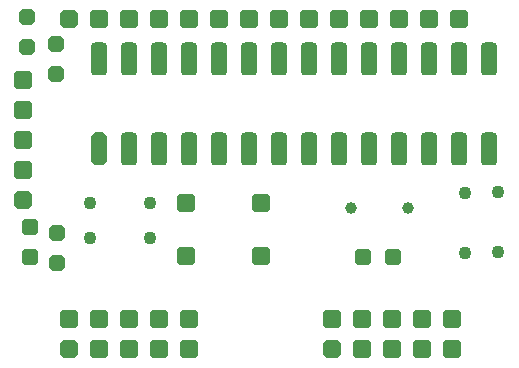
<source format=gbs>
G04*
G04 #@! TF.GenerationSoftware,Altium Limited,Altium Designer,20.1.10 (176)*
G04*
G04 Layer_Color=16711935*
%FSLAX44Y44*%
%MOMM*%
G71*
G04*
G04 #@! TF.SameCoordinates,30E8163A-5FEC-489A-BF41-53759A6F2127*
G04*
G04*
G04 #@! TF.FilePolarity,Negative*
G04*
G01*
G75*
G04:AMPARAMS|DCode=16|XSize=1.6002mm|YSize=1.6002mm|CornerRadius=0.4001mm|HoleSize=0mm|Usage=FLASHONLY|Rotation=0.000|XOffset=0mm|YOffset=0mm|HoleType=Round|Shape=RoundedRectangle|*
%AMROUNDEDRECTD16*
21,1,1.6002,0.8001,0,0,0.0*
21,1,0.8001,1.6002,0,0,0.0*
1,1,0.8001,0.4001,-0.4001*
1,1,0.8001,-0.4001,-0.4001*
1,1,0.8001,-0.4001,0.4001*
1,1,0.8001,0.4001,0.4001*
%
%ADD16ROUNDEDRECTD16*%
G04:AMPARAMS|DCode=17|XSize=1.6002mm|YSize=1.6002mm|CornerRadius=0mm|HoleSize=0mm|Usage=FLASHONLY|Rotation=0.000|XOffset=0mm|YOffset=0mm|HoleType=Round|Shape=Octagon|*
%AMOCTAGOND17*
4,1,8,0.8001,-0.4001,0.8001,0.4001,0.4001,0.8001,-0.4001,0.8001,-0.8001,0.4001,-0.8001,-0.4001,-0.4001,-0.8001,0.4001,-0.8001,0.8001,-0.4001,0.0*
%
%ADD17OCTAGOND17*%

G04:AMPARAMS|DCode=18|XSize=1.4mm|YSize=1.4mm|CornerRadius=0mm|HoleSize=0mm|Usage=FLASHONLY|Rotation=270.000|XOffset=0mm|YOffset=0mm|HoleType=Round|Shape=Octagon|*
%AMOCTAGOND18*
4,1,8,-0.3500,-0.7000,0.3500,-0.7000,0.7000,-0.3500,0.7000,0.3500,0.3500,0.7000,-0.3500,0.7000,-0.7000,0.3500,-0.7000,-0.3500,-0.3500,-0.7000,0.0*
%
%ADD18OCTAGOND18*%

G04:AMPARAMS|DCode=19|XSize=1.4mm|YSize=1.4mm|CornerRadius=0.35mm|HoleSize=0mm|Usage=FLASHONLY|Rotation=0.000|XOffset=0mm|YOffset=0mm|HoleType=Round|Shape=RoundedRectangle|*
%AMROUNDEDRECTD19*
21,1,1.4000,0.7000,0,0,0.0*
21,1,0.7000,1.4000,0,0,0.0*
1,1,0.7000,0.3500,-0.3500*
1,1,0.7000,-0.3500,-0.3500*
1,1,0.7000,-0.3500,0.3500*
1,1,0.7000,0.3500,0.3500*
%
%ADD19ROUNDEDRECTD19*%
G04:AMPARAMS|DCode=20|XSize=1.397mm|YSize=2.794mm|CornerRadius=0mm|HoleSize=0mm|Usage=FLASHONLY|Rotation=0.000|XOffset=0mm|YOffset=0mm|HoleType=Round|Shape=Octagon|*
%AMOCTAGOND20*
4,1,8,-0.3493,1.3970,0.3493,1.3970,0.6985,1.0478,0.6985,-1.0478,0.3493,-1.3970,-0.3493,-1.3970,-0.6985,-1.0478,-0.6985,1.0478,-0.3493,1.3970,0.0*
%
%ADD20OCTAGOND20*%

G04:AMPARAMS|DCode=21|XSize=1.397mm|YSize=2.794mm|CornerRadius=0.3493mm|HoleSize=0mm|Usage=FLASHONLY|Rotation=0.000|XOffset=0mm|YOffset=0mm|HoleType=Round|Shape=RoundedRectangle|*
%AMROUNDEDRECTD21*
21,1,1.3970,2.0955,0,0,0.0*
21,1,0.6985,2.7940,0,0,0.0*
1,1,0.6985,0.3493,-1.0478*
1,1,0.6985,-0.3493,-1.0478*
1,1,0.6985,-0.3493,1.0478*
1,1,0.6985,0.3493,1.0478*
%
%ADD21ROUNDEDRECTD21*%
G04:AMPARAMS|DCode=22|XSize=1.6002mm|YSize=1.6002mm|CornerRadius=0.4001mm|HoleSize=0mm|Usage=FLASHONLY|Rotation=90.000|XOffset=0mm|YOffset=0mm|HoleType=Round|Shape=RoundedRectangle|*
%AMROUNDEDRECTD22*
21,1,1.6002,0.8001,0,0,90.0*
21,1,0.8001,1.6002,0,0,90.0*
1,1,0.8001,0.4001,0.4001*
1,1,0.8001,0.4001,-0.4001*
1,1,0.8001,-0.4001,-0.4001*
1,1,0.8001,-0.4001,0.4001*
%
%ADD22ROUNDEDRECTD22*%
G04:AMPARAMS|DCode=23|XSize=1.6002mm|YSize=1.6002mm|CornerRadius=0mm|HoleSize=0mm|Usage=FLASHONLY|Rotation=90.000|XOffset=0mm|YOffset=0mm|HoleType=Round|Shape=Octagon|*
%AMOCTAGOND23*
4,1,8,0.4001,0.8001,-0.4001,0.8001,-0.8001,0.4001,-0.8001,-0.4001,-0.4001,-0.8001,0.4001,-0.8001,0.8001,-0.4001,0.8001,0.4001,0.4001,0.8001,0.0*
%
%ADD23OCTAGOND23*%

%ADD24C,1.1000*%
G04:AMPARAMS|DCode=25|XSize=1.6mm|YSize=1.6mm|CornerRadius=0.4mm|HoleSize=0mm|Usage=FLASHONLY|Rotation=90.000|XOffset=0mm|YOffset=0mm|HoleType=Round|Shape=RoundedRectangle|*
%AMROUNDEDRECTD25*
21,1,1.6000,0.8000,0,0,90.0*
21,1,0.8000,1.6000,0,0,90.0*
1,1,0.8000,0.4000,0.4000*
1,1,0.8000,0.4000,-0.4000*
1,1,0.8000,-0.4000,-0.4000*
1,1,0.8000,-0.4000,0.4000*
%
%ADD25ROUNDEDRECTD25*%
%ADD26C,1.0000*%
G04:AMPARAMS|DCode=27|XSize=1.4mm|YSize=1.4mm|CornerRadius=0.35mm|HoleSize=0mm|Usage=FLASHONLY|Rotation=90.000|XOffset=0mm|YOffset=0mm|HoleType=Round|Shape=RoundedRectangle|*
%AMROUNDEDRECTD27*
21,1,1.4000,0.7000,0,0,90.0*
21,1,0.7000,1.4000,0,0,90.0*
1,1,0.7000,0.3500,0.3500*
1,1,0.7000,0.3500,-0.3500*
1,1,0.7000,-0.3500,-0.3500*
1,1,0.7000,-0.3500,0.3500*
%
%ADD27ROUNDEDRECTD27*%
D16*
X368300Y311123D02*
D03*
X342900D02*
D03*
X317500D02*
D03*
X292100D02*
D03*
X266700D02*
D03*
X241300D02*
D03*
X215900D02*
D03*
X190500D02*
D03*
X165100D02*
D03*
X139700D02*
D03*
X114300D02*
D03*
X88900D02*
D03*
X63500D02*
D03*
X139700Y57150D02*
D03*
Y31750D02*
D03*
X114300Y57150D02*
D03*
Y31750D02*
D03*
X88900Y57150D02*
D03*
Y31750D02*
D03*
X63500Y57150D02*
D03*
Y31750D02*
D03*
X38100Y57150D02*
D03*
X361950D02*
D03*
Y31750D02*
D03*
X336550Y57150D02*
D03*
Y31750D02*
D03*
X311150Y57150D02*
D03*
Y31750D02*
D03*
X285750Y57150D02*
D03*
Y31750D02*
D03*
X260350Y57150D02*
D03*
D17*
X38100Y311123D02*
D03*
Y31750D02*
D03*
X260350D02*
D03*
D18*
X2540Y287020D02*
D03*
Y312420D02*
D03*
X26670Y289560D02*
D03*
Y264160D02*
D03*
X27940Y104140D02*
D03*
Y129540D02*
D03*
D19*
X312420Y109220D02*
D03*
X287020D02*
D03*
D20*
X63500Y200660D02*
D03*
D21*
X88900D02*
D03*
X114300D02*
D03*
X139700D02*
D03*
X165100D02*
D03*
X190500D02*
D03*
X215900D02*
D03*
X241300D02*
D03*
X266700D02*
D03*
X292100D02*
D03*
X317500D02*
D03*
X342900D02*
D03*
X368300D02*
D03*
X393700D02*
D03*
Y276860D02*
D03*
X368300D02*
D03*
X342900D02*
D03*
X317500D02*
D03*
X292100D02*
D03*
X266700D02*
D03*
X241300D02*
D03*
X215900D02*
D03*
X190500D02*
D03*
X165100D02*
D03*
X139700D02*
D03*
X114300D02*
D03*
X88900D02*
D03*
X63500D02*
D03*
D22*
X-1270Y259080D02*
D03*
Y233680D02*
D03*
Y208280D02*
D03*
Y182880D02*
D03*
D23*
Y157480D02*
D03*
D24*
X372655Y163830D02*
D03*
Y113030D02*
D03*
X400550Y164080D02*
D03*
Y113280D02*
D03*
X106680Y154940D02*
D03*
X55880D02*
D03*
Y125730D02*
D03*
X106680D02*
D03*
D25*
X200660Y110490D02*
D03*
Y154940D02*
D03*
X137160Y110490D02*
D03*
Y154940D02*
D03*
D26*
X276860Y151130D02*
D03*
X325120D02*
D03*
D27*
X5080Y109220D02*
D03*
Y134620D02*
D03*
M02*

</source>
